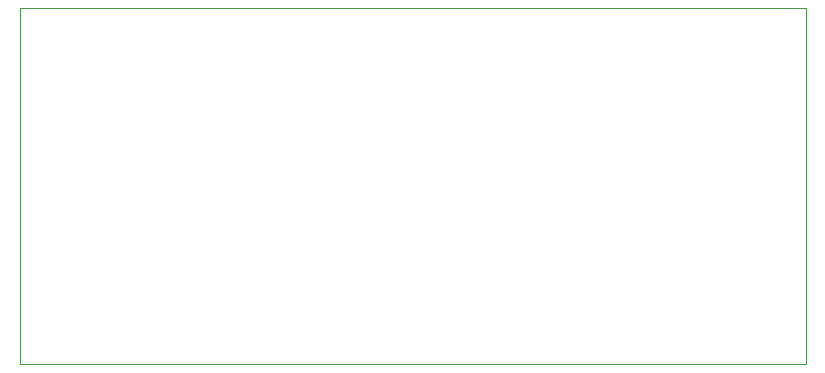
<source format=gbr>
G04*
G04 #@! TF.GenerationSoftware,Altium Limited,Altium Designer,24.1.2 (44)*
G04*
G04 Layer_Color=0*
%FSLAX44Y44*%
%MOMM*%
G71*
G04*
G04 #@! TF.SameCoordinates,BD343A0D-4BD6-4D64-9A7B-49F0AB29FDDA*
G04*
G04*
G04 #@! TF.FilePolarity,Positive*
G04*
G01*
G75*
%ADD40C,0.0254*%
D40*
X0Y0D02*
X665480D01*
Y300990D01*
X0D01*
Y0D01*
M02*

</source>
